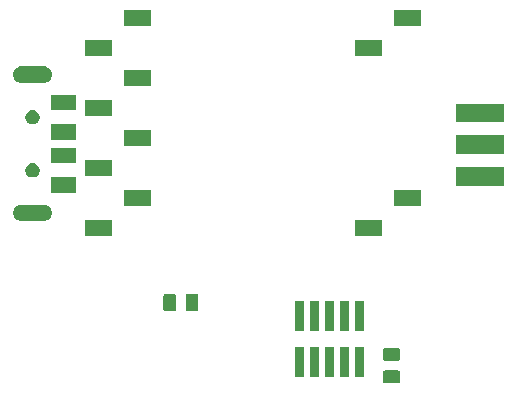
<source format=gbr>
G04 #@! TF.GenerationSoftware,KiCad,Pcbnew,5.1.5-52549c5~86~ubuntu16.04.1*
G04 #@! TF.CreationDate,2020-05-03T15:37:36+09:00*
G04 #@! TF.ProjectId,esp8266-cc2530,65737038-3236-4362-9d63-63323533302e,rev?*
G04 #@! TF.SameCoordinates,Original*
G04 #@! TF.FileFunction,Soldermask,Top*
G04 #@! TF.FilePolarity,Negative*
%FSLAX46Y46*%
G04 Gerber Fmt 4.6, Leading zero omitted, Abs format (unit mm)*
G04 Created by KiCad (PCBNEW 5.1.5-52549c5~86~ubuntu16.04.1) date 2020-05-03 15:37:36*
%MOMM*%
%LPD*%
G04 APERTURE LIST*
%ADD10C,0.100000*%
G04 APERTURE END LIST*
D10*
G36*
X94534468Y-60341065D02*
G01*
X94573138Y-60352796D01*
X94608777Y-60371846D01*
X94640017Y-60397483D01*
X94665654Y-60428723D01*
X94684704Y-60464362D01*
X94696435Y-60503032D01*
X94701000Y-60549388D01*
X94701000Y-61200612D01*
X94696435Y-61246968D01*
X94684704Y-61285638D01*
X94665654Y-61321277D01*
X94640017Y-61352517D01*
X94608777Y-61378154D01*
X94573138Y-61397204D01*
X94534468Y-61408935D01*
X94488112Y-61413500D01*
X93411888Y-61413500D01*
X93365532Y-61408935D01*
X93326862Y-61397204D01*
X93291223Y-61378154D01*
X93259983Y-61352517D01*
X93234346Y-61321277D01*
X93215296Y-61285638D01*
X93203565Y-61246968D01*
X93199000Y-61200612D01*
X93199000Y-60549388D01*
X93203565Y-60503032D01*
X93215296Y-60464362D01*
X93234346Y-60428723D01*
X93259983Y-60397483D01*
X93291223Y-60371846D01*
X93326862Y-60352796D01*
X93365532Y-60341065D01*
X93411888Y-60336500D01*
X94488112Y-60336500D01*
X94534468Y-60341065D01*
G37*
G36*
X91661000Y-60901000D02*
G01*
X90819000Y-60901000D01*
X90819000Y-58399000D01*
X91661000Y-58399000D01*
X91661000Y-60901000D01*
G37*
G36*
X86581000Y-60901000D02*
G01*
X85739000Y-60901000D01*
X85739000Y-58399000D01*
X86581000Y-58399000D01*
X86581000Y-60901000D01*
G37*
G36*
X87851000Y-60901000D02*
G01*
X87009000Y-60901000D01*
X87009000Y-58399000D01*
X87851000Y-58399000D01*
X87851000Y-60901000D01*
G37*
G36*
X89121000Y-60901000D02*
G01*
X88279000Y-60901000D01*
X88279000Y-58399000D01*
X89121000Y-58399000D01*
X89121000Y-60901000D01*
G37*
G36*
X90391000Y-60901000D02*
G01*
X89549000Y-60901000D01*
X89549000Y-58399000D01*
X90391000Y-58399000D01*
X90391000Y-60901000D01*
G37*
G36*
X94534468Y-58466065D02*
G01*
X94573138Y-58477796D01*
X94608777Y-58496846D01*
X94640017Y-58522483D01*
X94665654Y-58553723D01*
X94684704Y-58589362D01*
X94696435Y-58628032D01*
X94701000Y-58674388D01*
X94701000Y-59325612D01*
X94696435Y-59371968D01*
X94684704Y-59410638D01*
X94665654Y-59446277D01*
X94640017Y-59477517D01*
X94608777Y-59503154D01*
X94573138Y-59522204D01*
X94534468Y-59533935D01*
X94488112Y-59538500D01*
X93411888Y-59538500D01*
X93365532Y-59533935D01*
X93326862Y-59522204D01*
X93291223Y-59503154D01*
X93259983Y-59477517D01*
X93234346Y-59446277D01*
X93215296Y-59410638D01*
X93203565Y-59371968D01*
X93199000Y-59325612D01*
X93199000Y-58674388D01*
X93203565Y-58628032D01*
X93215296Y-58589362D01*
X93234346Y-58553723D01*
X93259983Y-58522483D01*
X93291223Y-58496846D01*
X93326862Y-58477796D01*
X93365532Y-58466065D01*
X93411888Y-58461500D01*
X94488112Y-58461500D01*
X94534468Y-58466065D01*
G37*
G36*
X89121000Y-57001000D02*
G01*
X88279000Y-57001000D01*
X88279000Y-54499000D01*
X89121000Y-54499000D01*
X89121000Y-57001000D01*
G37*
G36*
X91661000Y-57001000D02*
G01*
X90819000Y-57001000D01*
X90819000Y-54499000D01*
X91661000Y-54499000D01*
X91661000Y-57001000D01*
G37*
G36*
X90391000Y-57001000D02*
G01*
X89549000Y-57001000D01*
X89549000Y-54499000D01*
X90391000Y-54499000D01*
X90391000Y-57001000D01*
G37*
G36*
X87851000Y-57001000D02*
G01*
X87009000Y-57001000D01*
X87009000Y-54499000D01*
X87851000Y-54499000D01*
X87851000Y-57001000D01*
G37*
G36*
X86581000Y-57001000D02*
G01*
X85739000Y-57001000D01*
X85739000Y-54499000D01*
X86581000Y-54499000D01*
X86581000Y-57001000D01*
G37*
G36*
X75546968Y-53853565D02*
G01*
X75585638Y-53865296D01*
X75621277Y-53884346D01*
X75652517Y-53909983D01*
X75678154Y-53941223D01*
X75697204Y-53976862D01*
X75708935Y-54015532D01*
X75713500Y-54061888D01*
X75713500Y-55138112D01*
X75708935Y-55184468D01*
X75697204Y-55223138D01*
X75678154Y-55258777D01*
X75652517Y-55290017D01*
X75621277Y-55315654D01*
X75585638Y-55334704D01*
X75546968Y-55346435D01*
X75500612Y-55351000D01*
X74849388Y-55351000D01*
X74803032Y-55346435D01*
X74764362Y-55334704D01*
X74728723Y-55315654D01*
X74697483Y-55290017D01*
X74671846Y-55258777D01*
X74652796Y-55223138D01*
X74641065Y-55184468D01*
X74636500Y-55138112D01*
X74636500Y-54061888D01*
X74641065Y-54015532D01*
X74652796Y-53976862D01*
X74671846Y-53941223D01*
X74697483Y-53909983D01*
X74728723Y-53884346D01*
X74764362Y-53865296D01*
X74803032Y-53853565D01*
X74849388Y-53849000D01*
X75500612Y-53849000D01*
X75546968Y-53853565D01*
G37*
G36*
X77421968Y-53853565D02*
G01*
X77460638Y-53865296D01*
X77496277Y-53884346D01*
X77527517Y-53909983D01*
X77553154Y-53941223D01*
X77572204Y-53976862D01*
X77583935Y-54015532D01*
X77588500Y-54061888D01*
X77588500Y-55138112D01*
X77583935Y-55184468D01*
X77572204Y-55223138D01*
X77553154Y-55258777D01*
X77527517Y-55290017D01*
X77496277Y-55315654D01*
X77460638Y-55334704D01*
X77421968Y-55346435D01*
X77375612Y-55351000D01*
X76724388Y-55351000D01*
X76678032Y-55346435D01*
X76639362Y-55334704D01*
X76603723Y-55315654D01*
X76572483Y-55290017D01*
X76546846Y-55258777D01*
X76527796Y-55223138D01*
X76516065Y-55184468D01*
X76511500Y-55138112D01*
X76511500Y-54061888D01*
X76516065Y-54015532D01*
X76527796Y-53976862D01*
X76546846Y-53941223D01*
X76572483Y-53909983D01*
X76603723Y-53884346D01*
X76639362Y-53865296D01*
X76678032Y-53853565D01*
X76724388Y-53849000D01*
X77375612Y-53849000D01*
X77421968Y-53853565D01*
G37*
G36*
X93151000Y-48966000D02*
G01*
X90849000Y-48966000D01*
X90849000Y-47594000D01*
X93151000Y-47594000D01*
X93151000Y-48966000D01*
G37*
G36*
X70291000Y-48966000D02*
G01*
X67989000Y-48966000D01*
X67989000Y-47594000D01*
X70291000Y-47594000D01*
X70291000Y-48966000D01*
G37*
G36*
X64637421Y-46309143D02*
G01*
X64769557Y-46349227D01*
X64769559Y-46349228D01*
X64891339Y-46414320D01*
X64891341Y-46414321D01*
X64891340Y-46414321D01*
X64998080Y-46501920D01*
X65085679Y-46608660D01*
X65150773Y-46730443D01*
X65190857Y-46862579D01*
X65204391Y-47000000D01*
X65190857Y-47137421D01*
X65150773Y-47269557D01*
X65150772Y-47269559D01*
X65085680Y-47391339D01*
X64998080Y-47498080D01*
X64891339Y-47585680D01*
X64769559Y-47650772D01*
X64769557Y-47650773D01*
X64637421Y-47690857D01*
X64534432Y-47701000D01*
X62565568Y-47701000D01*
X62462579Y-47690857D01*
X62330443Y-47650773D01*
X62330441Y-47650772D01*
X62208661Y-47585680D01*
X62101920Y-47498080D01*
X62014320Y-47391339D01*
X61949228Y-47269559D01*
X61949227Y-47269557D01*
X61909143Y-47137421D01*
X61895609Y-47000000D01*
X61909143Y-46862579D01*
X61949227Y-46730443D01*
X62014321Y-46608660D01*
X62101920Y-46501920D01*
X62208660Y-46414321D01*
X62208659Y-46414321D01*
X62208661Y-46414320D01*
X62330441Y-46349228D01*
X62330443Y-46349227D01*
X62462579Y-46309143D01*
X62565568Y-46299000D01*
X64534432Y-46299000D01*
X64637421Y-46309143D01*
G37*
G36*
X73591000Y-46426000D02*
G01*
X71289000Y-46426000D01*
X71289000Y-45054000D01*
X73591000Y-45054000D01*
X73591000Y-46426000D01*
G37*
G36*
X96451000Y-46426000D02*
G01*
X94149000Y-46426000D01*
X94149000Y-45054000D01*
X96451000Y-45054000D01*
X96451000Y-46426000D01*
G37*
G36*
X67201000Y-45301000D02*
G01*
X65099000Y-45301000D01*
X65099000Y-43999000D01*
X67201000Y-43999000D01*
X67201000Y-45301000D01*
G37*
G36*
X103501000Y-44751000D02*
G01*
X99399000Y-44751000D01*
X99399000Y-43149000D01*
X103501000Y-43149000D01*
X103501000Y-44751000D01*
G37*
G36*
X63686601Y-42814397D02*
G01*
X63725305Y-42822096D01*
X63757340Y-42835365D01*
X63834680Y-42867400D01*
X63933115Y-42933173D01*
X64016827Y-43016885D01*
X64082600Y-43115320D01*
X64127904Y-43224696D01*
X64151000Y-43340805D01*
X64151000Y-43459195D01*
X64127904Y-43575304D01*
X64082600Y-43684680D01*
X64016827Y-43783115D01*
X63933115Y-43866827D01*
X63834680Y-43932600D01*
X63757340Y-43964635D01*
X63725305Y-43977904D01*
X63686601Y-43985603D01*
X63609195Y-44001000D01*
X63490805Y-44001000D01*
X63413399Y-43985603D01*
X63374695Y-43977904D01*
X63342660Y-43964635D01*
X63265320Y-43932600D01*
X63166885Y-43866827D01*
X63083173Y-43783115D01*
X63017400Y-43684680D01*
X62972096Y-43575304D01*
X62949000Y-43459195D01*
X62949000Y-43340805D01*
X62972096Y-43224696D01*
X63017400Y-43115320D01*
X63083173Y-43016885D01*
X63166885Y-42933173D01*
X63265320Y-42867400D01*
X63342660Y-42835365D01*
X63374695Y-42822096D01*
X63413399Y-42814397D01*
X63490805Y-42799000D01*
X63609195Y-42799000D01*
X63686601Y-42814397D01*
G37*
G36*
X70291000Y-43886000D02*
G01*
X67989000Y-43886000D01*
X67989000Y-42514000D01*
X70291000Y-42514000D01*
X70291000Y-43886000D01*
G37*
G36*
X67201000Y-42801000D02*
G01*
X65099000Y-42801000D01*
X65099000Y-41499000D01*
X67201000Y-41499000D01*
X67201000Y-42801000D01*
G37*
G36*
X103501000Y-42051000D02*
G01*
X99399000Y-42051000D01*
X99399000Y-40449000D01*
X103501000Y-40449000D01*
X103501000Y-42051000D01*
G37*
G36*
X73591000Y-41346000D02*
G01*
X71289000Y-41346000D01*
X71289000Y-39974000D01*
X73591000Y-39974000D01*
X73591000Y-41346000D01*
G37*
G36*
X67201000Y-40801000D02*
G01*
X65099000Y-40801000D01*
X65099000Y-39499000D01*
X67201000Y-39499000D01*
X67201000Y-40801000D01*
G37*
G36*
X63686601Y-38314397D02*
G01*
X63725305Y-38322096D01*
X63757340Y-38335365D01*
X63834680Y-38367400D01*
X63933115Y-38433173D01*
X64016827Y-38516885D01*
X64082600Y-38615320D01*
X64127904Y-38724696D01*
X64151000Y-38840805D01*
X64151000Y-38959195D01*
X64127904Y-39075304D01*
X64082600Y-39184680D01*
X64016827Y-39283115D01*
X63933115Y-39366827D01*
X63834680Y-39432600D01*
X63757340Y-39464635D01*
X63725305Y-39477904D01*
X63686601Y-39485603D01*
X63609195Y-39501000D01*
X63490805Y-39501000D01*
X63413399Y-39485603D01*
X63374695Y-39477904D01*
X63342660Y-39464635D01*
X63265320Y-39432600D01*
X63166885Y-39366827D01*
X63083173Y-39283115D01*
X63017400Y-39184680D01*
X62972096Y-39075304D01*
X62949000Y-38959195D01*
X62949000Y-38840805D01*
X62972096Y-38724696D01*
X63017400Y-38615320D01*
X63083173Y-38516885D01*
X63166885Y-38433173D01*
X63265320Y-38367400D01*
X63342660Y-38335365D01*
X63374695Y-38322096D01*
X63413399Y-38314397D01*
X63490805Y-38299000D01*
X63609195Y-38299000D01*
X63686601Y-38314397D01*
G37*
G36*
X103501000Y-39351000D02*
G01*
X99399000Y-39351000D01*
X99399000Y-37749000D01*
X103501000Y-37749000D01*
X103501000Y-39351000D01*
G37*
G36*
X70291000Y-38806000D02*
G01*
X67989000Y-38806000D01*
X67989000Y-37434000D01*
X70291000Y-37434000D01*
X70291000Y-38806000D01*
G37*
G36*
X67201000Y-38301000D02*
G01*
X65099000Y-38301000D01*
X65099000Y-36999000D01*
X67201000Y-36999000D01*
X67201000Y-38301000D01*
G37*
G36*
X73591000Y-36266000D02*
G01*
X71289000Y-36266000D01*
X71289000Y-34894000D01*
X73591000Y-34894000D01*
X73591000Y-36266000D01*
G37*
G36*
X64637421Y-34609143D02*
G01*
X64769557Y-34649227D01*
X64769559Y-34649228D01*
X64891339Y-34714320D01*
X64891341Y-34714321D01*
X64891340Y-34714321D01*
X64998080Y-34801920D01*
X65085679Y-34908660D01*
X65150773Y-35030443D01*
X65190857Y-35162579D01*
X65204391Y-35300000D01*
X65190857Y-35437421D01*
X65150773Y-35569557D01*
X65150772Y-35569559D01*
X65085680Y-35691339D01*
X64998080Y-35798080D01*
X64891339Y-35885680D01*
X64769559Y-35950772D01*
X64769557Y-35950773D01*
X64637421Y-35990857D01*
X64534432Y-36001000D01*
X62565568Y-36001000D01*
X62462579Y-35990857D01*
X62330443Y-35950773D01*
X62330441Y-35950772D01*
X62208661Y-35885680D01*
X62101920Y-35798080D01*
X62014320Y-35691339D01*
X61949228Y-35569559D01*
X61949227Y-35569557D01*
X61909143Y-35437421D01*
X61895609Y-35300000D01*
X61909143Y-35162579D01*
X61949227Y-35030443D01*
X62014321Y-34908660D01*
X62101920Y-34801920D01*
X62208660Y-34714321D01*
X62208659Y-34714321D01*
X62208661Y-34714320D01*
X62330441Y-34649228D01*
X62330443Y-34649227D01*
X62462579Y-34609143D01*
X62565568Y-34599000D01*
X64534432Y-34599000D01*
X64637421Y-34609143D01*
G37*
G36*
X70291000Y-33726000D02*
G01*
X67989000Y-33726000D01*
X67989000Y-32354000D01*
X70291000Y-32354000D01*
X70291000Y-33726000D01*
G37*
G36*
X93151000Y-33726000D02*
G01*
X90849000Y-33726000D01*
X90849000Y-32354000D01*
X93151000Y-32354000D01*
X93151000Y-33726000D01*
G37*
G36*
X96451000Y-31186000D02*
G01*
X94149000Y-31186000D01*
X94149000Y-29814000D01*
X96451000Y-29814000D01*
X96451000Y-31186000D01*
G37*
G36*
X73591000Y-31186000D02*
G01*
X71289000Y-31186000D01*
X71289000Y-29814000D01*
X73591000Y-29814000D01*
X73591000Y-31186000D01*
G37*
M02*

</source>
